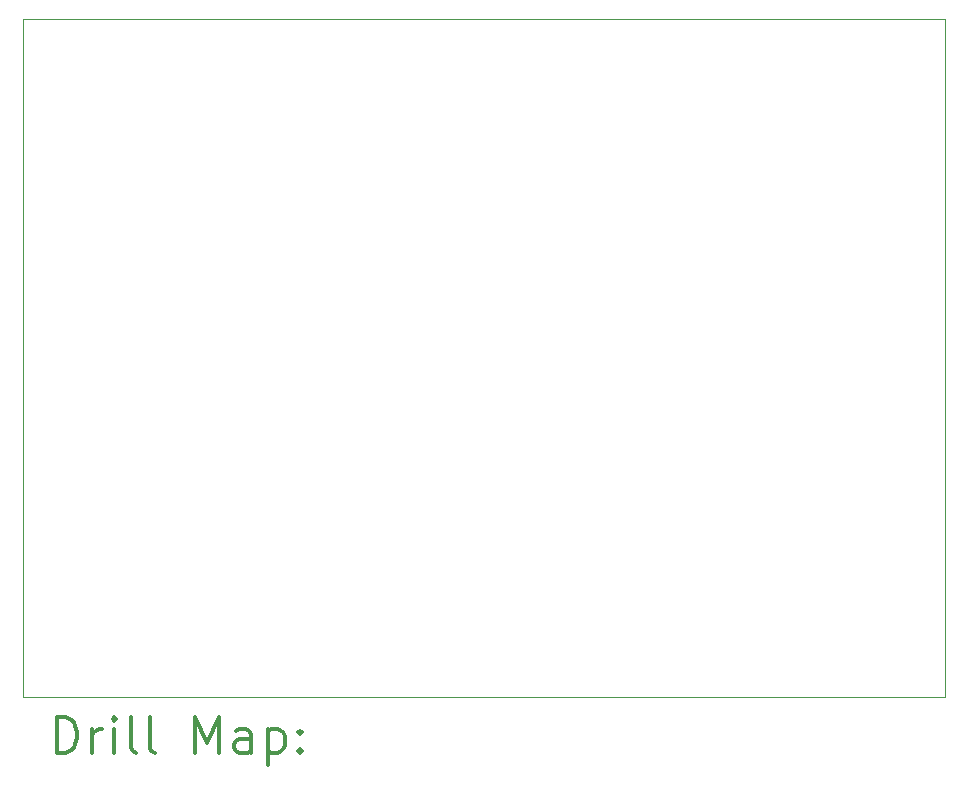
<source format=gbr>
%FSLAX45Y45*%
G04 Gerber Fmt 4.5, Leading zero omitted, Abs format (unit mm)*
G04 Created by KiCad (PCBNEW (5.1.9)-1) date 2021-05-19 15:49:51*
%MOMM*%
%LPD*%
G01*
G04 APERTURE LIST*
%TA.AperFunction,Profile*%
%ADD10C,0.050000*%
%TD*%
%ADD11C,0.200000*%
%ADD12C,0.300000*%
G04 APERTURE END LIST*
D10*
X19494500Y-11181080D02*
X11694500Y-11181080D01*
X19494500Y-5435600D02*
X11694500Y-5435600D01*
X19494500Y-5435600D02*
X19494500Y-11181080D01*
X11694500Y-5435600D02*
X11694500Y-11181080D01*
D11*
D12*
X11978428Y-11649294D02*
X11978428Y-11349294D01*
X12049857Y-11349294D01*
X12092714Y-11363580D01*
X12121286Y-11392151D01*
X12135571Y-11420723D01*
X12149857Y-11477866D01*
X12149857Y-11520723D01*
X12135571Y-11577866D01*
X12121286Y-11606437D01*
X12092714Y-11635009D01*
X12049857Y-11649294D01*
X11978428Y-11649294D01*
X12278428Y-11649294D02*
X12278428Y-11449294D01*
X12278428Y-11506437D02*
X12292714Y-11477866D01*
X12307000Y-11463580D01*
X12335571Y-11449294D01*
X12364143Y-11449294D01*
X12464143Y-11649294D02*
X12464143Y-11449294D01*
X12464143Y-11349294D02*
X12449857Y-11363580D01*
X12464143Y-11377866D01*
X12478428Y-11363580D01*
X12464143Y-11349294D01*
X12464143Y-11377866D01*
X12649857Y-11649294D02*
X12621286Y-11635009D01*
X12607000Y-11606437D01*
X12607000Y-11349294D01*
X12807000Y-11649294D02*
X12778428Y-11635009D01*
X12764143Y-11606437D01*
X12764143Y-11349294D01*
X13149857Y-11649294D02*
X13149857Y-11349294D01*
X13249857Y-11563580D01*
X13349857Y-11349294D01*
X13349857Y-11649294D01*
X13621286Y-11649294D02*
X13621286Y-11492151D01*
X13607000Y-11463580D01*
X13578428Y-11449294D01*
X13521286Y-11449294D01*
X13492714Y-11463580D01*
X13621286Y-11635009D02*
X13592714Y-11649294D01*
X13521286Y-11649294D01*
X13492714Y-11635009D01*
X13478428Y-11606437D01*
X13478428Y-11577866D01*
X13492714Y-11549294D01*
X13521286Y-11535009D01*
X13592714Y-11535009D01*
X13621286Y-11520723D01*
X13764143Y-11449294D02*
X13764143Y-11749294D01*
X13764143Y-11463580D02*
X13792714Y-11449294D01*
X13849857Y-11449294D01*
X13878428Y-11463580D01*
X13892714Y-11477866D01*
X13907000Y-11506437D01*
X13907000Y-11592151D01*
X13892714Y-11620723D01*
X13878428Y-11635009D01*
X13849857Y-11649294D01*
X13792714Y-11649294D01*
X13764143Y-11635009D01*
X14035571Y-11620723D02*
X14049857Y-11635009D01*
X14035571Y-11649294D01*
X14021286Y-11635009D01*
X14035571Y-11620723D01*
X14035571Y-11649294D01*
X14035571Y-11463580D02*
X14049857Y-11477866D01*
X14035571Y-11492151D01*
X14021286Y-11477866D01*
X14035571Y-11463580D01*
X14035571Y-11492151D01*
M02*

</source>
